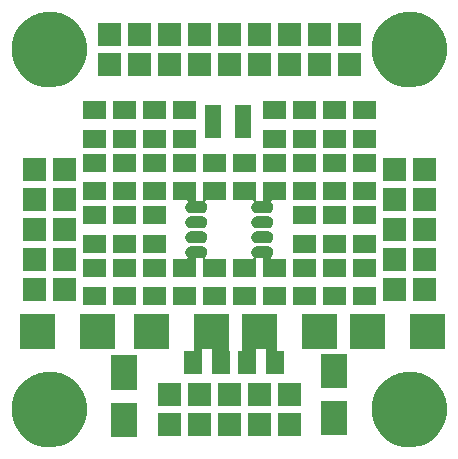
<source format=gbr>
G04 #@! TF.GenerationSoftware,KiCad,Pcbnew,(2017-02-05 revision 431abcf)-makepkg*
G04 #@! TF.CreationDate,2017-05-10T12:01:26+02:00*
G04 #@! TF.ProjectId,OZDUAL03B,4F5A4455414C3033422E6B696361645F,rev?*
G04 #@! TF.FileFunction,Soldermask,Bot*
G04 #@! TF.FilePolarity,Negative*
%FSLAX46Y46*%
G04 Gerber Fmt 4.6, Leading zero omitted, Abs format (unit mm)*
G04 Created by KiCad (PCBNEW (2017-02-05 revision 431abcf)-makepkg) date 05/10/17 12:01:26*
%MOMM*%
%LPD*%
G01*
G04 APERTURE LIST*
%ADD10C,0.100000*%
G04 APERTURE END LIST*
D10*
G36*
X132416110Y-111942128D02*
X133030848Y-112068315D01*
X133609363Y-112311500D01*
X134129631Y-112662426D01*
X134571824Y-113107717D01*
X134919105Y-113630418D01*
X135158249Y-114210622D01*
X135280004Y-114825534D01*
X135280004Y-114825551D01*
X135280137Y-114826224D01*
X135270128Y-115543007D01*
X135269977Y-115543670D01*
X135269977Y-115543694D01*
X135131099Y-116154968D01*
X134875851Y-116728261D01*
X134514107Y-117241067D01*
X134059653Y-117673838D01*
X133529787Y-118010100D01*
X132944712Y-118237036D01*
X132326688Y-118346011D01*
X131699273Y-118332868D01*
X131086359Y-118198110D01*
X130511293Y-117946871D01*
X129995980Y-117588718D01*
X129560044Y-117137294D01*
X129220093Y-116609792D01*
X128989075Y-116026307D01*
X128875790Y-115409064D01*
X128884551Y-114781576D01*
X129015027Y-114167734D01*
X129262248Y-113590925D01*
X129616795Y-113073123D01*
X130065163Y-112634048D01*
X130590276Y-112290424D01*
X131172132Y-112055339D01*
X131788571Y-111937746D01*
X132416110Y-111942128D01*
X132416110Y-111942128D01*
G37*
G36*
X162896110Y-111942128D02*
X163510848Y-112068315D01*
X164089363Y-112311500D01*
X164609631Y-112662426D01*
X165051824Y-113107717D01*
X165399105Y-113630418D01*
X165638249Y-114210622D01*
X165760004Y-114825534D01*
X165760004Y-114825551D01*
X165760137Y-114826224D01*
X165750128Y-115543007D01*
X165749977Y-115543670D01*
X165749977Y-115543694D01*
X165611099Y-116154968D01*
X165355851Y-116728261D01*
X164994107Y-117241067D01*
X164539653Y-117673838D01*
X164009787Y-118010100D01*
X163424712Y-118237036D01*
X162806688Y-118346011D01*
X162179273Y-118332868D01*
X161566359Y-118198110D01*
X160991293Y-117946871D01*
X160475980Y-117588718D01*
X160040044Y-117137294D01*
X159700093Y-116609792D01*
X159469075Y-116026307D01*
X159355790Y-115409064D01*
X159364551Y-114781576D01*
X159495027Y-114167734D01*
X159742248Y-113590925D01*
X160096795Y-113073123D01*
X160545163Y-112634048D01*
X161070276Y-112290424D01*
X161652132Y-112055339D01*
X162268571Y-111937746D01*
X162896110Y-111942128D01*
X162896110Y-111942128D01*
G37*
G36*
X139530430Y-117445660D02*
X137329570Y-117445660D01*
X137329570Y-114546300D01*
X139530430Y-114546300D01*
X139530430Y-117445660D01*
X139530430Y-117445660D01*
G37*
G36*
X153362000Y-117372000D02*
X151438000Y-117372000D01*
X151438000Y-115448000D01*
X153362000Y-115448000D01*
X153362000Y-117372000D01*
X153362000Y-117372000D01*
G37*
G36*
X150822000Y-117372000D02*
X148898000Y-117372000D01*
X148898000Y-115448000D01*
X150822000Y-115448000D01*
X150822000Y-117372000D01*
X150822000Y-117372000D01*
G37*
G36*
X148282000Y-117372000D02*
X146358000Y-117372000D01*
X146358000Y-115448000D01*
X148282000Y-115448000D01*
X148282000Y-117372000D01*
X148282000Y-117372000D01*
G37*
G36*
X145742000Y-117372000D02*
X143818000Y-117372000D01*
X143818000Y-115448000D01*
X145742000Y-115448000D01*
X145742000Y-117372000D01*
X145742000Y-117372000D01*
G37*
G36*
X143202000Y-117372000D02*
X141278000Y-117372000D01*
X141278000Y-115448000D01*
X143202000Y-115448000D01*
X143202000Y-117372000D01*
X143202000Y-117372000D01*
G37*
G36*
X157310430Y-117318660D02*
X155109570Y-117318660D01*
X155109570Y-114419300D01*
X157310430Y-114419300D01*
X157310430Y-117318660D01*
X157310430Y-117318660D01*
G37*
G36*
X148282000Y-114832000D02*
X146358000Y-114832000D01*
X146358000Y-112908000D01*
X148282000Y-112908000D01*
X148282000Y-114832000D01*
X148282000Y-114832000D01*
G37*
G36*
X143202000Y-114832000D02*
X141278000Y-114832000D01*
X141278000Y-112908000D01*
X143202000Y-112908000D01*
X143202000Y-114832000D01*
X143202000Y-114832000D01*
G37*
G36*
X150822000Y-114832000D02*
X148898000Y-114832000D01*
X148898000Y-112908000D01*
X150822000Y-112908000D01*
X150822000Y-114832000D01*
X150822000Y-114832000D01*
G37*
G36*
X153362000Y-114832000D02*
X151438000Y-114832000D01*
X151438000Y-112908000D01*
X153362000Y-112908000D01*
X153362000Y-114832000D01*
X153362000Y-114832000D01*
G37*
G36*
X145742000Y-114832000D02*
X143818000Y-114832000D01*
X143818000Y-112908000D01*
X145742000Y-112908000D01*
X145742000Y-114832000D01*
X145742000Y-114832000D01*
G37*
G36*
X139530430Y-113447700D02*
X137329570Y-113447700D01*
X137329570Y-110548340D01*
X139530430Y-110548340D01*
X139530430Y-113447700D01*
X139530430Y-113447700D01*
G37*
G36*
X157310430Y-113320700D02*
X155109570Y-113320700D01*
X155109570Y-110421340D01*
X157310430Y-110421340D01*
X157310430Y-113320700D01*
X157310430Y-113320700D01*
G37*
G36*
X147255840Y-110077500D02*
X147257761Y-110097009D01*
X147263452Y-110115768D01*
X147272693Y-110133057D01*
X147285129Y-110148211D01*
X147300283Y-110160647D01*
X147317572Y-110169888D01*
X147336331Y-110175579D01*
X147355840Y-110177500D01*
X147393000Y-110177500D01*
X147393000Y-112101500D01*
X145850000Y-112101500D01*
X145850000Y-110085680D01*
X145848079Y-110066171D01*
X145842388Y-110047412D01*
X145833147Y-110030123D01*
X145820711Y-110014969D01*
X145805557Y-110002533D01*
X145788268Y-109993292D01*
X145769509Y-109987601D01*
X145750000Y-109985680D01*
X145080000Y-109985680D01*
X145060491Y-109987601D01*
X145041732Y-109993292D01*
X145024443Y-110002533D01*
X145009289Y-110014969D01*
X144996853Y-110030123D01*
X144987612Y-110047412D01*
X144981921Y-110066171D01*
X144980000Y-110085680D01*
X144980000Y-112101500D01*
X143437000Y-112101500D01*
X143437000Y-110177500D01*
X144205680Y-110177500D01*
X144225189Y-110175579D01*
X144243948Y-110169888D01*
X144261237Y-110160647D01*
X144276391Y-110148211D01*
X144288827Y-110133057D01*
X144298068Y-110115768D01*
X144303759Y-110097009D01*
X144305680Y-110077500D01*
X144305680Y-107086320D01*
X147255840Y-107086320D01*
X147255840Y-110077500D01*
X147255840Y-110077500D01*
G37*
G36*
X151350320Y-110063000D02*
X151352241Y-110082509D01*
X151357932Y-110101268D01*
X151367173Y-110118557D01*
X151379609Y-110133711D01*
X151394763Y-110146147D01*
X151412052Y-110155388D01*
X151430811Y-110161079D01*
X151450320Y-110163000D01*
X151965000Y-110163000D01*
X151965000Y-112087000D01*
X150422000Y-112087000D01*
X150422000Y-110085680D01*
X150420079Y-110066171D01*
X150414388Y-110047412D01*
X150405147Y-110030123D01*
X150392711Y-110014969D01*
X150377557Y-110002533D01*
X150360268Y-109993292D01*
X150341509Y-109987601D01*
X150322000Y-109985680D01*
X149652000Y-109985680D01*
X149632491Y-109987601D01*
X149613732Y-109993292D01*
X149596443Y-110002533D01*
X149581289Y-110014969D01*
X149568853Y-110030123D01*
X149559612Y-110047412D01*
X149553921Y-110066171D01*
X149552000Y-110085680D01*
X149552000Y-112087000D01*
X148009000Y-112087000D01*
X148009000Y-110163000D01*
X148300160Y-110163000D01*
X148319669Y-110161079D01*
X148338428Y-110155388D01*
X148355717Y-110146147D01*
X148370871Y-110133711D01*
X148383307Y-110118557D01*
X148392548Y-110101268D01*
X148398239Y-110082509D01*
X148400160Y-110063000D01*
X148400160Y-107086320D01*
X151350320Y-107086320D01*
X151350320Y-110063000D01*
X151350320Y-110063000D01*
G37*
G36*
X156399840Y-109985680D02*
X153449680Y-109985680D01*
X153449680Y-107086320D01*
X156399840Y-107086320D01*
X156399840Y-109985680D01*
X156399840Y-109985680D01*
G37*
G36*
X142206320Y-109985680D02*
X139256160Y-109985680D01*
X139256160Y-107086320D01*
X142206320Y-107086320D01*
X142206320Y-109985680D01*
X142206320Y-109985680D01*
G37*
G36*
X165543840Y-109985680D02*
X162593680Y-109985680D01*
X162593680Y-107086320D01*
X165543840Y-107086320D01*
X165543840Y-109985680D01*
X165543840Y-109985680D01*
G37*
G36*
X160494320Y-109985680D02*
X157544160Y-109985680D01*
X157544160Y-107086320D01*
X160494320Y-107086320D01*
X160494320Y-109985680D01*
X160494320Y-109985680D01*
G37*
G36*
X137603840Y-109985680D02*
X134653680Y-109985680D01*
X134653680Y-107086320D01*
X137603840Y-107086320D01*
X137603840Y-109985680D01*
X137603840Y-109985680D01*
G37*
G36*
X132554320Y-109985680D02*
X129604160Y-109985680D01*
X129604160Y-107086320D01*
X132554320Y-107086320D01*
X132554320Y-109985680D01*
X132554320Y-109985680D01*
G37*
G36*
X141932000Y-106323000D02*
X140008000Y-106323000D01*
X140008000Y-104780000D01*
X141932000Y-104780000D01*
X141932000Y-106323000D01*
X141932000Y-106323000D01*
G37*
G36*
X144472000Y-106323000D02*
X142548000Y-106323000D01*
X142548000Y-104780000D01*
X144472000Y-104780000D01*
X144472000Y-106323000D01*
X144472000Y-106323000D01*
G37*
G36*
X139392000Y-106323000D02*
X137468000Y-106323000D01*
X137468000Y-104780000D01*
X139392000Y-104780000D01*
X139392000Y-106323000D01*
X139392000Y-106323000D01*
G37*
G36*
X149552000Y-106323000D02*
X147628000Y-106323000D01*
X147628000Y-104780000D01*
X149552000Y-104780000D01*
X149552000Y-106323000D01*
X149552000Y-106323000D01*
G37*
G36*
X152092000Y-106323000D02*
X150168000Y-106323000D01*
X150168000Y-104780000D01*
X152092000Y-104780000D01*
X152092000Y-106323000D01*
X152092000Y-106323000D01*
G37*
G36*
X154632000Y-106323000D02*
X152708000Y-106323000D01*
X152708000Y-104780000D01*
X154632000Y-104780000D01*
X154632000Y-106323000D01*
X154632000Y-106323000D01*
G37*
G36*
X157172000Y-106323000D02*
X155248000Y-106323000D01*
X155248000Y-104780000D01*
X157172000Y-104780000D01*
X157172000Y-106323000D01*
X157172000Y-106323000D01*
G37*
G36*
X159712000Y-106323000D02*
X157788000Y-106323000D01*
X157788000Y-104780000D01*
X159712000Y-104780000D01*
X159712000Y-106323000D01*
X159712000Y-106323000D01*
G37*
G36*
X147012000Y-106323000D02*
X145088000Y-106323000D01*
X145088000Y-104780000D01*
X147012000Y-104780000D01*
X147012000Y-106323000D01*
X147012000Y-106323000D01*
G37*
G36*
X136852000Y-106323000D02*
X134928000Y-106323000D01*
X134928000Y-104780000D01*
X136852000Y-104780000D01*
X136852000Y-106323000D01*
X136852000Y-106323000D01*
G37*
G36*
X164792000Y-105942000D02*
X162868000Y-105942000D01*
X162868000Y-104018000D01*
X164792000Y-104018000D01*
X164792000Y-105942000D01*
X164792000Y-105942000D01*
G37*
G36*
X131772000Y-105942000D02*
X129848000Y-105942000D01*
X129848000Y-104018000D01*
X131772000Y-104018000D01*
X131772000Y-105942000D01*
X131772000Y-105942000D01*
G37*
G36*
X162252000Y-105942000D02*
X160328000Y-105942000D01*
X160328000Y-104018000D01*
X162252000Y-104018000D01*
X162252000Y-105942000D01*
X162252000Y-105942000D01*
G37*
G36*
X134312000Y-105942000D02*
X132388000Y-105942000D01*
X132388000Y-104018000D01*
X134312000Y-104018000D01*
X134312000Y-105942000D01*
X134312000Y-105942000D01*
G37*
G36*
X154632000Y-103910000D02*
X152708000Y-103910000D01*
X152708000Y-102367000D01*
X154632000Y-102367000D01*
X154632000Y-103910000D01*
X154632000Y-103910000D01*
G37*
G36*
X159712000Y-103910000D02*
X157788000Y-103910000D01*
X157788000Y-102367000D01*
X159712000Y-102367000D01*
X159712000Y-103910000D01*
X159712000Y-103910000D01*
G37*
G36*
X157172000Y-103910000D02*
X155248000Y-103910000D01*
X155248000Y-102367000D01*
X157172000Y-102367000D01*
X157172000Y-103910000D01*
X157172000Y-103910000D01*
G37*
G36*
X139392000Y-103910000D02*
X137468000Y-103910000D01*
X137468000Y-102367000D01*
X139392000Y-102367000D01*
X139392000Y-103910000D01*
X139392000Y-103910000D01*
G37*
G36*
X141932000Y-103910000D02*
X140008000Y-103910000D01*
X140008000Y-102367000D01*
X141932000Y-102367000D01*
X141932000Y-103910000D01*
X141932000Y-103910000D01*
G37*
G36*
X144965323Y-101300220D02*
X144965331Y-101300221D01*
X144969380Y-101300249D01*
X145067286Y-101311231D01*
X145161194Y-101341020D01*
X145247527Y-101388483D01*
X145322998Y-101451810D01*
X145384731Y-101528590D01*
X145430374Y-101615899D01*
X145458191Y-101710410D01*
X145458198Y-101710484D01*
X145458204Y-101710505D01*
X145467124Y-101808519D01*
X145456836Y-101906406D01*
X145456830Y-101906424D01*
X145456822Y-101906504D01*
X145427689Y-102000618D01*
X145380830Y-102087281D01*
X145318031Y-102163191D01*
X145284260Y-102190734D01*
X145271592Y-102203325D01*
X145260651Y-102219592D01*
X145253094Y-102237680D01*
X145249211Y-102256895D01*
X145249151Y-102276498D01*
X145252917Y-102295737D01*
X145260364Y-102313871D01*
X145271205Y-102330203D01*
X145285024Y-102344107D01*
X145301291Y-102355048D01*
X145319379Y-102362605D01*
X145338594Y-102366488D01*
X145348699Y-102367000D01*
X147012000Y-102367000D01*
X147012000Y-103910000D01*
X145088000Y-103910000D01*
X145088000Y-102407331D01*
X145086079Y-102387822D01*
X145080388Y-102369063D01*
X145071147Y-102351774D01*
X145058711Y-102336620D01*
X145043557Y-102324184D01*
X145026268Y-102314943D01*
X145007509Y-102309252D01*
X144981173Y-102307953D01*
X144962332Y-102309800D01*
X144572000Y-102309800D01*
X144552491Y-102311721D01*
X144533732Y-102317412D01*
X144516443Y-102326653D01*
X144501289Y-102339089D01*
X144488853Y-102354243D01*
X144479612Y-102371532D01*
X144473921Y-102390291D01*
X144472000Y-102409800D01*
X144472000Y-103910000D01*
X142548000Y-103910000D01*
X142548000Y-102367000D01*
X143703363Y-102367000D01*
X143722872Y-102365079D01*
X143741631Y-102359388D01*
X143758920Y-102350147D01*
X143774074Y-102337711D01*
X143786510Y-102322557D01*
X143795751Y-102305268D01*
X143801442Y-102286509D01*
X143803363Y-102267000D01*
X143801442Y-102247491D01*
X143795751Y-102228732D01*
X143786510Y-102211443D01*
X143768425Y-102191270D01*
X143729002Y-102158190D01*
X143667269Y-102081410D01*
X143621626Y-101994101D01*
X143593809Y-101899590D01*
X143593802Y-101899516D01*
X143593796Y-101899495D01*
X143584876Y-101801481D01*
X143595164Y-101703594D01*
X143595170Y-101703576D01*
X143595178Y-101703496D01*
X143624311Y-101609382D01*
X143671170Y-101522719D01*
X143733969Y-101446809D01*
X143810316Y-101384541D01*
X143897304Y-101338289D01*
X143991618Y-101309814D01*
X144089668Y-101300200D01*
X144962403Y-101300200D01*
X144965323Y-101300220D01*
X144965323Y-101300220D01*
G37*
G36*
X136852000Y-103910000D02*
X134928000Y-103910000D01*
X134928000Y-102367000D01*
X136852000Y-102367000D01*
X136852000Y-103910000D01*
X136852000Y-103910000D01*
G37*
G36*
X150553323Y-101300220D02*
X150553331Y-101300221D01*
X150557380Y-101300249D01*
X150655286Y-101311231D01*
X150749194Y-101341020D01*
X150835527Y-101388483D01*
X150910998Y-101451810D01*
X150972731Y-101528590D01*
X151018374Y-101615899D01*
X151046191Y-101710410D01*
X151046198Y-101710484D01*
X151046204Y-101710505D01*
X151055124Y-101808519D01*
X151044836Y-101906406D01*
X151044830Y-101906424D01*
X151044822Y-101906504D01*
X151015689Y-102000618D01*
X150968830Y-102087281D01*
X150906031Y-102163191D01*
X150872260Y-102190734D01*
X150859592Y-102203325D01*
X150848651Y-102219592D01*
X150841094Y-102237680D01*
X150837211Y-102256895D01*
X150837151Y-102276498D01*
X150840917Y-102295737D01*
X150848364Y-102313871D01*
X150859205Y-102330203D01*
X150873024Y-102344107D01*
X150889291Y-102355048D01*
X150907379Y-102362605D01*
X150926594Y-102366488D01*
X150936699Y-102367000D01*
X152092000Y-102367000D01*
X152092000Y-103910000D01*
X150168000Y-103910000D01*
X150168000Y-102409800D01*
X150166079Y-102390291D01*
X150160388Y-102371532D01*
X150151147Y-102354243D01*
X150138711Y-102339089D01*
X150123557Y-102326653D01*
X150106268Y-102317412D01*
X150087509Y-102311721D01*
X150068000Y-102309800D01*
X149677597Y-102309800D01*
X149674680Y-102309780D01*
X149674673Y-102309779D01*
X149670620Y-102309751D01*
X149658821Y-102308427D01*
X149643547Y-102308221D01*
X149624270Y-102311785D01*
X149606059Y-102319041D01*
X149589613Y-102329710D01*
X149575565Y-102343383D01*
X149564454Y-102359533D01*
X149556708Y-102377541D01*
X149552623Y-102396714D01*
X149552000Y-102407863D01*
X149552000Y-103910000D01*
X147628000Y-103910000D01*
X147628000Y-102367000D01*
X149291363Y-102367000D01*
X149310872Y-102365079D01*
X149329631Y-102359388D01*
X149346920Y-102350147D01*
X149362074Y-102337711D01*
X149374510Y-102322557D01*
X149383751Y-102305268D01*
X149389442Y-102286509D01*
X149391363Y-102267000D01*
X149389442Y-102247491D01*
X149383751Y-102228732D01*
X149374510Y-102211443D01*
X149356425Y-102191270D01*
X149317002Y-102158190D01*
X149255269Y-102081410D01*
X149209626Y-101994101D01*
X149181809Y-101899590D01*
X149181802Y-101899516D01*
X149181796Y-101899495D01*
X149172876Y-101801481D01*
X149183164Y-101703594D01*
X149183170Y-101703576D01*
X149183178Y-101703496D01*
X149212311Y-101609382D01*
X149259170Y-101522719D01*
X149321969Y-101446809D01*
X149398316Y-101384541D01*
X149485304Y-101338289D01*
X149579618Y-101309814D01*
X149677668Y-101300200D01*
X150550403Y-101300200D01*
X150553323Y-101300220D01*
X150553323Y-101300220D01*
G37*
G36*
X164792000Y-103402000D02*
X162868000Y-103402000D01*
X162868000Y-101478000D01*
X164792000Y-101478000D01*
X164792000Y-103402000D01*
X164792000Y-103402000D01*
G37*
G36*
X131772000Y-103402000D02*
X129848000Y-103402000D01*
X129848000Y-101478000D01*
X131772000Y-101478000D01*
X131772000Y-103402000D01*
X131772000Y-103402000D01*
G37*
G36*
X134312000Y-103402000D02*
X132388000Y-103402000D01*
X132388000Y-101478000D01*
X134312000Y-101478000D01*
X134312000Y-103402000D01*
X134312000Y-103402000D01*
G37*
G36*
X162252000Y-103402000D02*
X160328000Y-103402000D01*
X160328000Y-101478000D01*
X162252000Y-101478000D01*
X162252000Y-103402000D01*
X162252000Y-103402000D01*
G37*
G36*
X136852000Y-101878000D02*
X134928000Y-101878000D01*
X134928000Y-100335000D01*
X136852000Y-100335000D01*
X136852000Y-101878000D01*
X136852000Y-101878000D01*
G37*
G36*
X139392000Y-101878000D02*
X137468000Y-101878000D01*
X137468000Y-100335000D01*
X139392000Y-100335000D01*
X139392000Y-101878000D01*
X139392000Y-101878000D01*
G37*
G36*
X141932000Y-101878000D02*
X140008000Y-101878000D01*
X140008000Y-100335000D01*
X141932000Y-100335000D01*
X141932000Y-101878000D01*
X141932000Y-101878000D01*
G37*
G36*
X154632000Y-101878000D02*
X152708000Y-101878000D01*
X152708000Y-100335000D01*
X154632000Y-100335000D01*
X154632000Y-101878000D01*
X154632000Y-101878000D01*
G37*
G36*
X159712000Y-101878000D02*
X157788000Y-101878000D01*
X157788000Y-100335000D01*
X159712000Y-100335000D01*
X159712000Y-101878000D01*
X159712000Y-101878000D01*
G37*
G36*
X157172000Y-101878000D02*
X155248000Y-101878000D01*
X155248000Y-100335000D01*
X157172000Y-100335000D01*
X157172000Y-101878000D01*
X157172000Y-101878000D01*
G37*
G36*
X150553323Y-100030220D02*
X150553331Y-100030221D01*
X150557380Y-100030249D01*
X150655286Y-100041231D01*
X150749194Y-100071020D01*
X150835527Y-100118483D01*
X150910998Y-100181810D01*
X150972731Y-100258590D01*
X151018374Y-100345899D01*
X151046191Y-100440410D01*
X151046198Y-100440484D01*
X151046204Y-100440505D01*
X151055124Y-100538519D01*
X151044836Y-100636406D01*
X151044830Y-100636424D01*
X151044822Y-100636504D01*
X151015689Y-100730618D01*
X150968830Y-100817281D01*
X150906031Y-100893191D01*
X150829684Y-100955459D01*
X150742696Y-101001711D01*
X150648382Y-101030186D01*
X150550332Y-101039800D01*
X149677597Y-101039800D01*
X149674677Y-101039780D01*
X149674669Y-101039779D01*
X149670620Y-101039751D01*
X149572714Y-101028769D01*
X149478806Y-100998980D01*
X149392473Y-100951517D01*
X149317002Y-100888190D01*
X149255269Y-100811410D01*
X149209626Y-100724101D01*
X149181809Y-100629590D01*
X149181802Y-100629516D01*
X149181796Y-100629495D01*
X149172876Y-100531481D01*
X149183164Y-100433594D01*
X149183170Y-100433576D01*
X149183178Y-100433496D01*
X149212311Y-100339382D01*
X149259170Y-100252719D01*
X149321969Y-100176809D01*
X149398316Y-100114541D01*
X149485304Y-100068289D01*
X149579618Y-100039814D01*
X149677668Y-100030200D01*
X150550403Y-100030200D01*
X150553323Y-100030220D01*
X150553323Y-100030220D01*
G37*
G36*
X144965323Y-100030220D02*
X144965331Y-100030221D01*
X144969380Y-100030249D01*
X145067286Y-100041231D01*
X145161194Y-100071020D01*
X145247527Y-100118483D01*
X145322998Y-100181810D01*
X145384731Y-100258590D01*
X145430374Y-100345899D01*
X145458191Y-100440410D01*
X145458198Y-100440484D01*
X145458204Y-100440505D01*
X145467124Y-100538519D01*
X145456836Y-100636406D01*
X145456830Y-100636424D01*
X145456822Y-100636504D01*
X145427689Y-100730618D01*
X145380830Y-100817281D01*
X145318031Y-100893191D01*
X145241684Y-100955459D01*
X145154696Y-101001711D01*
X145060382Y-101030186D01*
X144962332Y-101039800D01*
X144089597Y-101039800D01*
X144086677Y-101039780D01*
X144086669Y-101039779D01*
X144082620Y-101039751D01*
X143984714Y-101028769D01*
X143890806Y-100998980D01*
X143804473Y-100951517D01*
X143729002Y-100888190D01*
X143667269Y-100811410D01*
X143621626Y-100724101D01*
X143593809Y-100629590D01*
X143593802Y-100629516D01*
X143593796Y-100629495D01*
X143584876Y-100531481D01*
X143595164Y-100433594D01*
X143595170Y-100433576D01*
X143595178Y-100433496D01*
X143624311Y-100339382D01*
X143671170Y-100252719D01*
X143733969Y-100176809D01*
X143810316Y-100114541D01*
X143897304Y-100068289D01*
X143991618Y-100039814D01*
X144089668Y-100030200D01*
X144962403Y-100030200D01*
X144965323Y-100030220D01*
X144965323Y-100030220D01*
G37*
G36*
X131772000Y-100862000D02*
X129848000Y-100862000D01*
X129848000Y-98938000D01*
X131772000Y-98938000D01*
X131772000Y-100862000D01*
X131772000Y-100862000D01*
G37*
G36*
X134312000Y-100862000D02*
X132388000Y-100862000D01*
X132388000Y-98938000D01*
X134312000Y-98938000D01*
X134312000Y-100862000D01*
X134312000Y-100862000D01*
G37*
G36*
X162252000Y-100862000D02*
X160328000Y-100862000D01*
X160328000Y-98938000D01*
X162252000Y-98938000D01*
X162252000Y-100862000D01*
X162252000Y-100862000D01*
G37*
G36*
X164792000Y-100862000D02*
X162868000Y-100862000D01*
X162868000Y-98938000D01*
X164792000Y-98938000D01*
X164792000Y-100862000D01*
X164792000Y-100862000D01*
G37*
G36*
X150553323Y-98760220D02*
X150553331Y-98760221D01*
X150557380Y-98760249D01*
X150655286Y-98771231D01*
X150749194Y-98801020D01*
X150835527Y-98848483D01*
X150910998Y-98911810D01*
X150972731Y-98988590D01*
X151018374Y-99075899D01*
X151046191Y-99170410D01*
X151046198Y-99170484D01*
X151046204Y-99170505D01*
X151055124Y-99268519D01*
X151044836Y-99366406D01*
X151044830Y-99366424D01*
X151044822Y-99366504D01*
X151015689Y-99460618D01*
X150968830Y-99547281D01*
X150906031Y-99623191D01*
X150829684Y-99685459D01*
X150742696Y-99731711D01*
X150648382Y-99760186D01*
X150550332Y-99769800D01*
X149677597Y-99769800D01*
X149674677Y-99769780D01*
X149674669Y-99769779D01*
X149670620Y-99769751D01*
X149572714Y-99758769D01*
X149478806Y-99728980D01*
X149392473Y-99681517D01*
X149317002Y-99618190D01*
X149255269Y-99541410D01*
X149209626Y-99454101D01*
X149181809Y-99359590D01*
X149181802Y-99359516D01*
X149181796Y-99359495D01*
X149172876Y-99261481D01*
X149183164Y-99163594D01*
X149183170Y-99163576D01*
X149183178Y-99163496D01*
X149212311Y-99069382D01*
X149259170Y-98982719D01*
X149321969Y-98906809D01*
X149398316Y-98844541D01*
X149485304Y-98798289D01*
X149579618Y-98769814D01*
X149677668Y-98760200D01*
X150550403Y-98760200D01*
X150553323Y-98760220D01*
X150553323Y-98760220D01*
G37*
G36*
X144965323Y-98760220D02*
X144965331Y-98760221D01*
X144969380Y-98760249D01*
X145067286Y-98771231D01*
X145161194Y-98801020D01*
X145247527Y-98848483D01*
X145322998Y-98911810D01*
X145384731Y-98988590D01*
X145430374Y-99075899D01*
X145458191Y-99170410D01*
X145458198Y-99170484D01*
X145458204Y-99170505D01*
X145467124Y-99268519D01*
X145456836Y-99366406D01*
X145456830Y-99366424D01*
X145456822Y-99366504D01*
X145427689Y-99460618D01*
X145380830Y-99547281D01*
X145318031Y-99623191D01*
X145241684Y-99685459D01*
X145154696Y-99731711D01*
X145060382Y-99760186D01*
X144962332Y-99769800D01*
X144089597Y-99769800D01*
X144086677Y-99769780D01*
X144086669Y-99769779D01*
X144082620Y-99769751D01*
X143984714Y-99758769D01*
X143890806Y-99728980D01*
X143804473Y-99681517D01*
X143729002Y-99618190D01*
X143667269Y-99541410D01*
X143621626Y-99454101D01*
X143593809Y-99359590D01*
X143593802Y-99359516D01*
X143593796Y-99359495D01*
X143584876Y-99261481D01*
X143595164Y-99163594D01*
X143595170Y-99163576D01*
X143595178Y-99163496D01*
X143624311Y-99069382D01*
X143671170Y-98982719D01*
X143733969Y-98906809D01*
X143810316Y-98844541D01*
X143897304Y-98798289D01*
X143991618Y-98769814D01*
X144089668Y-98760200D01*
X144962403Y-98760200D01*
X144965323Y-98760220D01*
X144965323Y-98760220D01*
G37*
G36*
X136852000Y-99465000D02*
X134928000Y-99465000D01*
X134928000Y-97922000D01*
X136852000Y-97922000D01*
X136852000Y-99465000D01*
X136852000Y-99465000D01*
G37*
G36*
X141932000Y-99465000D02*
X140008000Y-99465000D01*
X140008000Y-97922000D01*
X141932000Y-97922000D01*
X141932000Y-99465000D01*
X141932000Y-99465000D01*
G37*
G36*
X157172000Y-99465000D02*
X155248000Y-99465000D01*
X155248000Y-97922000D01*
X157172000Y-97922000D01*
X157172000Y-99465000D01*
X157172000Y-99465000D01*
G37*
G36*
X159712000Y-99465000D02*
X157788000Y-99465000D01*
X157788000Y-97922000D01*
X159712000Y-97922000D01*
X159712000Y-99465000D01*
X159712000Y-99465000D01*
G37*
G36*
X154632000Y-99465000D02*
X152708000Y-99465000D01*
X152708000Y-97922000D01*
X154632000Y-97922000D01*
X154632000Y-99465000D01*
X154632000Y-99465000D01*
G37*
G36*
X139392000Y-99465000D02*
X137468000Y-99465000D01*
X137468000Y-97922000D01*
X139392000Y-97922000D01*
X139392000Y-99465000D01*
X139392000Y-99465000D01*
G37*
G36*
X144472000Y-97390200D02*
X144473921Y-97409709D01*
X144479612Y-97428468D01*
X144488853Y-97445757D01*
X144501289Y-97460911D01*
X144516443Y-97473347D01*
X144533732Y-97482588D01*
X144552491Y-97488279D01*
X144572000Y-97490200D01*
X144962403Y-97490200D01*
X144965320Y-97490220D01*
X144965327Y-97490221D01*
X144969380Y-97490249D01*
X144981179Y-97491573D01*
X144996453Y-97491779D01*
X145015730Y-97488215D01*
X145033941Y-97480959D01*
X145050387Y-97470290D01*
X145064435Y-97456617D01*
X145075546Y-97440467D01*
X145083292Y-97422459D01*
X145087377Y-97403286D01*
X145088000Y-97392137D01*
X145088000Y-95890000D01*
X147012000Y-95890000D01*
X147012000Y-97433000D01*
X145348637Y-97433000D01*
X145329128Y-97434921D01*
X145310369Y-97440612D01*
X145293080Y-97449853D01*
X145277926Y-97462289D01*
X145265490Y-97477443D01*
X145256249Y-97494732D01*
X145250558Y-97513491D01*
X145248637Y-97533000D01*
X145250558Y-97552509D01*
X145256249Y-97571268D01*
X145265490Y-97588557D01*
X145283575Y-97608730D01*
X145322998Y-97641810D01*
X145384731Y-97718590D01*
X145430374Y-97805899D01*
X145458191Y-97900410D01*
X145458198Y-97900484D01*
X145458204Y-97900505D01*
X145467124Y-97998519D01*
X145456836Y-98096406D01*
X145456830Y-98096424D01*
X145456822Y-98096504D01*
X145427689Y-98190618D01*
X145380830Y-98277281D01*
X145318031Y-98353191D01*
X145241684Y-98415459D01*
X145154696Y-98461711D01*
X145060382Y-98490186D01*
X144962332Y-98499800D01*
X144089597Y-98499800D01*
X144086677Y-98499780D01*
X144086669Y-98499779D01*
X144082620Y-98499751D01*
X143984714Y-98488769D01*
X143890806Y-98458980D01*
X143804473Y-98411517D01*
X143729002Y-98348190D01*
X143667269Y-98271410D01*
X143621626Y-98184101D01*
X143593809Y-98089590D01*
X143593802Y-98089516D01*
X143593796Y-98089495D01*
X143584876Y-97991481D01*
X143595164Y-97893594D01*
X143595170Y-97893576D01*
X143595178Y-97893496D01*
X143624311Y-97799382D01*
X143671170Y-97712719D01*
X143733969Y-97636809D01*
X143767740Y-97609266D01*
X143780408Y-97596675D01*
X143791349Y-97580408D01*
X143798906Y-97562320D01*
X143802789Y-97543105D01*
X143802849Y-97523502D01*
X143799083Y-97504263D01*
X143791636Y-97486129D01*
X143780795Y-97469797D01*
X143766976Y-97455893D01*
X143750709Y-97444952D01*
X143732621Y-97437395D01*
X143713406Y-97433512D01*
X143703301Y-97433000D01*
X142548000Y-97433000D01*
X142548000Y-95890000D01*
X144472000Y-95890000D01*
X144472000Y-97390200D01*
X144472000Y-97390200D01*
G37*
G36*
X149552000Y-97392669D02*
X149553921Y-97412178D01*
X149559612Y-97430937D01*
X149568853Y-97448226D01*
X149581289Y-97463380D01*
X149596443Y-97475816D01*
X149613732Y-97485057D01*
X149632491Y-97490748D01*
X149658827Y-97492047D01*
X149677668Y-97490200D01*
X150068000Y-97490200D01*
X150087509Y-97488279D01*
X150106268Y-97482588D01*
X150123557Y-97473347D01*
X150138711Y-97460911D01*
X150151147Y-97445757D01*
X150160388Y-97428468D01*
X150166079Y-97409709D01*
X150168000Y-97390200D01*
X150168000Y-95890000D01*
X152092000Y-95890000D01*
X152092000Y-97433000D01*
X150936637Y-97433000D01*
X150917128Y-97434921D01*
X150898369Y-97440612D01*
X150881080Y-97449853D01*
X150865926Y-97462289D01*
X150853490Y-97477443D01*
X150844249Y-97494732D01*
X150838558Y-97513491D01*
X150836637Y-97533000D01*
X150838558Y-97552509D01*
X150844249Y-97571268D01*
X150853490Y-97588557D01*
X150871575Y-97608730D01*
X150910998Y-97641810D01*
X150972731Y-97718590D01*
X151018374Y-97805899D01*
X151046191Y-97900410D01*
X151046198Y-97900484D01*
X151046204Y-97900505D01*
X151055124Y-97998519D01*
X151044836Y-98096406D01*
X151044830Y-98096424D01*
X151044822Y-98096504D01*
X151015689Y-98190618D01*
X150968830Y-98277281D01*
X150906031Y-98353191D01*
X150829684Y-98415459D01*
X150742696Y-98461711D01*
X150648382Y-98490186D01*
X150550332Y-98499800D01*
X149677597Y-98499800D01*
X149674677Y-98499780D01*
X149674669Y-98499779D01*
X149670620Y-98499751D01*
X149572714Y-98488769D01*
X149478806Y-98458980D01*
X149392473Y-98411517D01*
X149317002Y-98348190D01*
X149255269Y-98271410D01*
X149209626Y-98184101D01*
X149181809Y-98089590D01*
X149181802Y-98089516D01*
X149181796Y-98089495D01*
X149172876Y-97991481D01*
X149183164Y-97893594D01*
X149183170Y-97893576D01*
X149183178Y-97893496D01*
X149212311Y-97799382D01*
X149259170Y-97712719D01*
X149321969Y-97636809D01*
X149355740Y-97609266D01*
X149368408Y-97596675D01*
X149379349Y-97580408D01*
X149386906Y-97562320D01*
X149390789Y-97543105D01*
X149390849Y-97523502D01*
X149387083Y-97504263D01*
X149379636Y-97486129D01*
X149368795Y-97469797D01*
X149354976Y-97455893D01*
X149338709Y-97444952D01*
X149320621Y-97437395D01*
X149301406Y-97433512D01*
X149291301Y-97433000D01*
X147628000Y-97433000D01*
X147628000Y-95890000D01*
X149552000Y-95890000D01*
X149552000Y-97392669D01*
X149552000Y-97392669D01*
G37*
G36*
X134312000Y-98322000D02*
X132388000Y-98322000D01*
X132388000Y-96398000D01*
X134312000Y-96398000D01*
X134312000Y-98322000D01*
X134312000Y-98322000D01*
G37*
G36*
X162252000Y-98322000D02*
X160328000Y-98322000D01*
X160328000Y-96398000D01*
X162252000Y-96398000D01*
X162252000Y-98322000D01*
X162252000Y-98322000D01*
G37*
G36*
X164792000Y-98322000D02*
X162868000Y-98322000D01*
X162868000Y-96398000D01*
X164792000Y-96398000D01*
X164792000Y-98322000D01*
X164792000Y-98322000D01*
G37*
G36*
X131772000Y-98322000D02*
X129848000Y-98322000D01*
X129848000Y-96398000D01*
X131772000Y-96398000D01*
X131772000Y-98322000D01*
X131772000Y-98322000D01*
G37*
G36*
X159712000Y-97433000D02*
X157788000Y-97433000D01*
X157788000Y-95890000D01*
X159712000Y-95890000D01*
X159712000Y-97433000D01*
X159712000Y-97433000D01*
G37*
G36*
X157172000Y-97433000D02*
X155248000Y-97433000D01*
X155248000Y-95890000D01*
X157172000Y-95890000D01*
X157172000Y-97433000D01*
X157172000Y-97433000D01*
G37*
G36*
X154632000Y-97433000D02*
X152708000Y-97433000D01*
X152708000Y-95890000D01*
X154632000Y-95890000D01*
X154632000Y-97433000D01*
X154632000Y-97433000D01*
G37*
G36*
X141932000Y-97433000D02*
X140008000Y-97433000D01*
X140008000Y-95890000D01*
X141932000Y-95890000D01*
X141932000Y-97433000D01*
X141932000Y-97433000D01*
G37*
G36*
X136852000Y-97433000D02*
X134928000Y-97433000D01*
X134928000Y-95890000D01*
X136852000Y-95890000D01*
X136852000Y-97433000D01*
X136852000Y-97433000D01*
G37*
G36*
X139392000Y-97433000D02*
X137468000Y-97433000D01*
X137468000Y-95890000D01*
X139392000Y-95890000D01*
X139392000Y-97433000D01*
X139392000Y-97433000D01*
G37*
G36*
X162252000Y-95782000D02*
X160328000Y-95782000D01*
X160328000Y-93858000D01*
X162252000Y-93858000D01*
X162252000Y-95782000D01*
X162252000Y-95782000D01*
G37*
G36*
X164792000Y-95782000D02*
X162868000Y-95782000D01*
X162868000Y-93858000D01*
X164792000Y-93858000D01*
X164792000Y-95782000D01*
X164792000Y-95782000D01*
G37*
G36*
X134312000Y-95782000D02*
X132388000Y-95782000D01*
X132388000Y-93858000D01*
X134312000Y-93858000D01*
X134312000Y-95782000D01*
X134312000Y-95782000D01*
G37*
G36*
X131772000Y-95782000D02*
X129848000Y-95782000D01*
X129848000Y-93858000D01*
X131772000Y-93858000D01*
X131772000Y-95782000D01*
X131772000Y-95782000D01*
G37*
G36*
X136852000Y-95020000D02*
X134928000Y-95020000D01*
X134928000Y-93477000D01*
X136852000Y-93477000D01*
X136852000Y-95020000D01*
X136852000Y-95020000D01*
G37*
G36*
X149552000Y-95020000D02*
X147628000Y-95020000D01*
X147628000Y-93477000D01*
X149552000Y-93477000D01*
X149552000Y-95020000D01*
X149552000Y-95020000D01*
G37*
G36*
X159712000Y-95020000D02*
X157788000Y-95020000D01*
X157788000Y-93477000D01*
X159712000Y-93477000D01*
X159712000Y-95020000D01*
X159712000Y-95020000D01*
G37*
G36*
X139392000Y-95020000D02*
X137468000Y-95020000D01*
X137468000Y-93477000D01*
X139392000Y-93477000D01*
X139392000Y-95020000D01*
X139392000Y-95020000D01*
G37*
G36*
X141932000Y-95020000D02*
X140008000Y-95020000D01*
X140008000Y-93477000D01*
X141932000Y-93477000D01*
X141932000Y-95020000D01*
X141932000Y-95020000D01*
G37*
G36*
X144472000Y-95020000D02*
X142548000Y-95020000D01*
X142548000Y-93477000D01*
X144472000Y-93477000D01*
X144472000Y-95020000D01*
X144472000Y-95020000D01*
G37*
G36*
X147012000Y-95020000D02*
X145088000Y-95020000D01*
X145088000Y-93477000D01*
X147012000Y-93477000D01*
X147012000Y-95020000D01*
X147012000Y-95020000D01*
G37*
G36*
X152092000Y-95020000D02*
X150168000Y-95020000D01*
X150168000Y-93477000D01*
X152092000Y-93477000D01*
X152092000Y-95020000D01*
X152092000Y-95020000D01*
G37*
G36*
X154632000Y-95020000D02*
X152708000Y-95020000D01*
X152708000Y-93477000D01*
X154632000Y-93477000D01*
X154632000Y-95020000D01*
X154632000Y-95020000D01*
G37*
G36*
X157172000Y-95020000D02*
X155248000Y-95020000D01*
X155248000Y-93477000D01*
X157172000Y-93477000D01*
X157172000Y-95020000D01*
X157172000Y-95020000D01*
G37*
G36*
X154632000Y-92988000D02*
X152708000Y-92988000D01*
X152708000Y-91445000D01*
X154632000Y-91445000D01*
X154632000Y-92988000D01*
X154632000Y-92988000D01*
G37*
G36*
X152092000Y-92988000D02*
X150168000Y-92988000D01*
X150168000Y-91445000D01*
X152092000Y-91445000D01*
X152092000Y-92988000D01*
X152092000Y-92988000D01*
G37*
G36*
X144472000Y-92988000D02*
X142548000Y-92988000D01*
X142548000Y-91445000D01*
X144472000Y-91445000D01*
X144472000Y-92988000D01*
X144472000Y-92988000D01*
G37*
G36*
X159712000Y-92988000D02*
X157788000Y-92988000D01*
X157788000Y-91445000D01*
X159712000Y-91445000D01*
X159712000Y-92988000D01*
X159712000Y-92988000D01*
G37*
G36*
X139392000Y-92988000D02*
X137468000Y-92988000D01*
X137468000Y-91445000D01*
X139392000Y-91445000D01*
X139392000Y-92988000D01*
X139392000Y-92988000D01*
G37*
G36*
X136852000Y-92988000D02*
X134928000Y-92988000D01*
X134928000Y-91445000D01*
X136852000Y-91445000D01*
X136852000Y-92988000D01*
X136852000Y-92988000D01*
G37*
G36*
X141932000Y-92988000D02*
X140008000Y-92988000D01*
X140008000Y-91445000D01*
X141932000Y-91445000D01*
X141932000Y-92988000D01*
X141932000Y-92988000D01*
G37*
G36*
X157172000Y-92988000D02*
X155248000Y-92988000D01*
X155248000Y-91445000D01*
X157172000Y-91445000D01*
X157172000Y-92988000D01*
X157172000Y-92988000D01*
G37*
G36*
X146623380Y-92158500D02*
X145222620Y-92158500D01*
X145222620Y-89353500D01*
X146623380Y-89353500D01*
X146623380Y-92158500D01*
X146623380Y-92158500D01*
G37*
G36*
X149163380Y-92158500D02*
X147762620Y-92158500D01*
X147762620Y-89352980D01*
X149163380Y-89352980D01*
X149163380Y-92158500D01*
X149163380Y-92158500D01*
G37*
G36*
X144472000Y-90575000D02*
X142548000Y-90575000D01*
X142548000Y-89032000D01*
X144472000Y-89032000D01*
X144472000Y-90575000D01*
X144472000Y-90575000D01*
G37*
G36*
X136852000Y-90575000D02*
X134928000Y-90575000D01*
X134928000Y-89032000D01*
X136852000Y-89032000D01*
X136852000Y-90575000D01*
X136852000Y-90575000D01*
G37*
G36*
X139392000Y-90575000D02*
X137468000Y-90575000D01*
X137468000Y-89032000D01*
X139392000Y-89032000D01*
X139392000Y-90575000D01*
X139392000Y-90575000D01*
G37*
G36*
X141932000Y-90575000D02*
X140008000Y-90575000D01*
X140008000Y-89032000D01*
X141932000Y-89032000D01*
X141932000Y-90575000D01*
X141932000Y-90575000D01*
G37*
G36*
X152092000Y-90575000D02*
X150168000Y-90575000D01*
X150168000Y-89032000D01*
X152092000Y-89032000D01*
X152092000Y-90575000D01*
X152092000Y-90575000D01*
G37*
G36*
X154632000Y-90575000D02*
X152708000Y-90575000D01*
X152708000Y-89032000D01*
X154632000Y-89032000D01*
X154632000Y-90575000D01*
X154632000Y-90575000D01*
G37*
G36*
X157172000Y-90575000D02*
X155248000Y-90575000D01*
X155248000Y-89032000D01*
X157172000Y-89032000D01*
X157172000Y-90575000D01*
X157172000Y-90575000D01*
G37*
G36*
X159712000Y-90575000D02*
X157788000Y-90575000D01*
X157788000Y-89032000D01*
X159712000Y-89032000D01*
X159712000Y-90575000D01*
X159712000Y-90575000D01*
G37*
G36*
X132416110Y-81462128D02*
X133030848Y-81588315D01*
X133609363Y-81831500D01*
X134129631Y-82182426D01*
X134571824Y-82627717D01*
X134919105Y-83150418D01*
X135158249Y-83730622D01*
X135280004Y-84345534D01*
X135280004Y-84345551D01*
X135280137Y-84346224D01*
X135270128Y-85063007D01*
X135269977Y-85063670D01*
X135269977Y-85063694D01*
X135131099Y-85674968D01*
X134875851Y-86248261D01*
X134514107Y-86761067D01*
X134059653Y-87193838D01*
X133529787Y-87530100D01*
X132944712Y-87757036D01*
X132326688Y-87866011D01*
X131699273Y-87852868D01*
X131086359Y-87718110D01*
X130511293Y-87466871D01*
X129995980Y-87108718D01*
X129560044Y-86657294D01*
X129220093Y-86129792D01*
X128989075Y-85546307D01*
X128875790Y-84929064D01*
X128884551Y-84301576D01*
X129015027Y-83687734D01*
X129262248Y-83110925D01*
X129616795Y-82593123D01*
X130065163Y-82154048D01*
X130590276Y-81810424D01*
X131172132Y-81575339D01*
X131788571Y-81457746D01*
X132416110Y-81462128D01*
X132416110Y-81462128D01*
G37*
G36*
X162896110Y-81462128D02*
X163510848Y-81588315D01*
X164089363Y-81831500D01*
X164609631Y-82182426D01*
X165051824Y-82627717D01*
X165399105Y-83150418D01*
X165638249Y-83730622D01*
X165760004Y-84345534D01*
X165760004Y-84345551D01*
X165760137Y-84346224D01*
X165750128Y-85063007D01*
X165749977Y-85063670D01*
X165749977Y-85063694D01*
X165611099Y-85674968D01*
X165355851Y-86248261D01*
X164994107Y-86761067D01*
X164539653Y-87193838D01*
X164009787Y-87530100D01*
X163424712Y-87757036D01*
X162806688Y-87866011D01*
X162179273Y-87852868D01*
X161566359Y-87718110D01*
X160991293Y-87466871D01*
X160475980Y-87108718D01*
X160040044Y-86657294D01*
X159700093Y-86129792D01*
X159469075Y-85546307D01*
X159355790Y-84929064D01*
X159364551Y-84301576D01*
X159495027Y-83687734D01*
X159742248Y-83110925D01*
X160096795Y-82593123D01*
X160545163Y-82154048D01*
X161070276Y-81810424D01*
X161652132Y-81575339D01*
X162268571Y-81457746D01*
X162896110Y-81462128D01*
X162896110Y-81462128D01*
G37*
G36*
X138122000Y-86892000D02*
X136198000Y-86892000D01*
X136198000Y-84968000D01*
X138122000Y-84968000D01*
X138122000Y-86892000D01*
X138122000Y-86892000D01*
G37*
G36*
X150822000Y-86892000D02*
X148898000Y-86892000D01*
X148898000Y-84968000D01*
X150822000Y-84968000D01*
X150822000Y-86892000D01*
X150822000Y-86892000D01*
G37*
G36*
X158442000Y-86892000D02*
X156518000Y-86892000D01*
X156518000Y-84968000D01*
X158442000Y-84968000D01*
X158442000Y-86892000D01*
X158442000Y-86892000D01*
G37*
G36*
X148282000Y-86892000D02*
X146358000Y-86892000D01*
X146358000Y-84968000D01*
X148282000Y-84968000D01*
X148282000Y-86892000D01*
X148282000Y-86892000D01*
G37*
G36*
X155902000Y-86892000D02*
X153978000Y-86892000D01*
X153978000Y-84968000D01*
X155902000Y-84968000D01*
X155902000Y-86892000D01*
X155902000Y-86892000D01*
G37*
G36*
X145742000Y-86892000D02*
X143818000Y-86892000D01*
X143818000Y-84968000D01*
X145742000Y-84968000D01*
X145742000Y-86892000D01*
X145742000Y-86892000D01*
G37*
G36*
X143202000Y-86892000D02*
X141278000Y-86892000D01*
X141278000Y-84968000D01*
X143202000Y-84968000D01*
X143202000Y-86892000D01*
X143202000Y-86892000D01*
G37*
G36*
X140662000Y-86892000D02*
X138738000Y-86892000D01*
X138738000Y-84968000D01*
X140662000Y-84968000D01*
X140662000Y-86892000D01*
X140662000Y-86892000D01*
G37*
G36*
X153362000Y-86892000D02*
X151438000Y-86892000D01*
X151438000Y-84968000D01*
X153362000Y-84968000D01*
X153362000Y-86892000D01*
X153362000Y-86892000D01*
G37*
G36*
X145742000Y-84352000D02*
X143818000Y-84352000D01*
X143818000Y-82428000D01*
X145742000Y-82428000D01*
X145742000Y-84352000D01*
X145742000Y-84352000D01*
G37*
G36*
X150822000Y-84352000D02*
X148898000Y-84352000D01*
X148898000Y-82428000D01*
X150822000Y-82428000D01*
X150822000Y-84352000D01*
X150822000Y-84352000D01*
G37*
G36*
X148282000Y-84352000D02*
X146358000Y-84352000D01*
X146358000Y-82428000D01*
X148282000Y-82428000D01*
X148282000Y-84352000D01*
X148282000Y-84352000D01*
G37*
G36*
X138122000Y-84352000D02*
X136198000Y-84352000D01*
X136198000Y-82428000D01*
X138122000Y-82428000D01*
X138122000Y-84352000D01*
X138122000Y-84352000D01*
G37*
G36*
X140662000Y-84352000D02*
X138738000Y-84352000D01*
X138738000Y-82428000D01*
X140662000Y-82428000D01*
X140662000Y-84352000D01*
X140662000Y-84352000D01*
G37*
G36*
X153362000Y-84352000D02*
X151438000Y-84352000D01*
X151438000Y-82428000D01*
X153362000Y-82428000D01*
X153362000Y-84352000D01*
X153362000Y-84352000D01*
G37*
G36*
X143202000Y-84352000D02*
X141278000Y-84352000D01*
X141278000Y-82428000D01*
X143202000Y-82428000D01*
X143202000Y-84352000D01*
X143202000Y-84352000D01*
G37*
G36*
X155902000Y-84352000D02*
X153978000Y-84352000D01*
X153978000Y-82428000D01*
X155902000Y-82428000D01*
X155902000Y-84352000D01*
X155902000Y-84352000D01*
G37*
G36*
X158442000Y-84352000D02*
X156518000Y-84352000D01*
X156518000Y-82428000D01*
X158442000Y-82428000D01*
X158442000Y-84352000D01*
X158442000Y-84352000D01*
G37*
M02*

</source>
